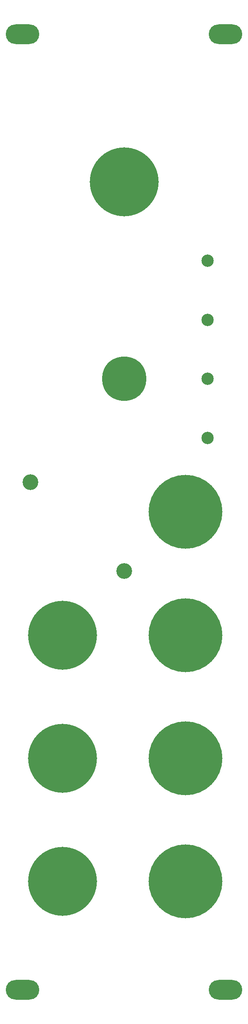
<source format=gbs>
G04 #@! TF.GenerationSoftware,KiCad,Pcbnew,6.0.5-a6ca702e91~116~ubuntu20.04.1*
G04 #@! TF.CreationDate,2022-06-20T16:59:35-04:00*
G04 #@! TF.ProjectId,sidekick_panel,73696465-6b69-4636-9b5f-70616e656c2e,rev?*
G04 #@! TF.SameCoordinates,Original*
G04 #@! TF.FileFunction,Soldermask,Bot*
G04 #@! TF.FilePolarity,Negative*
%FSLAX46Y46*%
G04 Gerber Fmt 4.6, Leading zero omitted, Abs format (unit mm)*
G04 Created by KiCad (PCBNEW 6.0.5-a6ca702e91~116~ubuntu20.04.1) date 2022-06-20 16:59:35*
%MOMM*%
%LPD*%
G01*
G04 APERTURE LIST*
%ADD10O,6.800000X4.000000*%
%ADD11C,2.500000*%
%ADD12C,14.000000*%
%ADD13C,15.000000*%
%ADD14C,3.200000*%
%ADD15C,9.000000*%
G04 APERTURE END LIST*
D10*
G04 #@! TO.C,H17*
X61700000Y-10600000D03*
X61700000Y-204600000D03*
G04 #@! TD*
D11*
G04 #@! TO.C,H9*
X58100000Y-56600000D03*
G04 #@! TD*
D12*
G04 #@! TO.C,H8*
X41100000Y-40600000D03*
G04 #@! TD*
G04 #@! TO.C,H1*
X28600000Y-132600000D03*
G04 #@! TD*
D10*
G04 #@! TO.C,H16*
X20500000Y-204600000D03*
X20500000Y-10600000D03*
G04 #@! TD*
D12*
G04 #@! TO.C,H2*
X28600000Y-157600000D03*
G04 #@! TD*
G04 #@! TO.C,H5*
X28600000Y-182600000D03*
G04 #@! TD*
D13*
G04 #@! TO.C,H6*
X53600000Y-157600000D03*
G04 #@! TD*
D14*
G04 #@! TO.C,H11*
X22100000Y-101600000D03*
G04 #@! TD*
G04 #@! TO.C,H15*
X41100000Y-119600000D03*
G04 #@! TD*
D13*
G04 #@! TO.C,H7*
X53600000Y-182600000D03*
G04 #@! TD*
D11*
G04 #@! TO.C,H10*
X58100000Y-68600000D03*
G04 #@! TD*
G04 #@! TO.C,H14*
X58100000Y-92600000D03*
G04 #@! TD*
G04 #@! TO.C,H13*
X58100000Y-80600000D03*
G04 #@! TD*
D13*
G04 #@! TO.C,H3*
X53600000Y-107600000D03*
G04 #@! TD*
D15*
G04 #@! TO.C,H12*
X41100000Y-80600000D03*
G04 #@! TD*
D13*
G04 #@! TO.C,H4*
X53580000Y-132600000D03*
G04 #@! TD*
M02*

</source>
